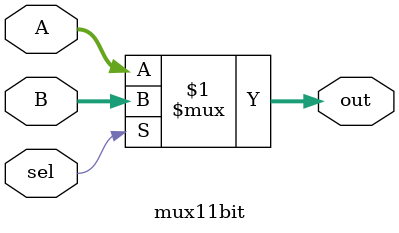
<source format=v>

module mux53bit
(
    output [52:0] out,
    input sel,
    input [52:0] A,
    input [52:0] B
);
    wire sel;
    wire signed [52:0] A, B;
    assign out = sel ? B : A;
endmodule

module mux11bit
(
    output [10:0] out,
    input sel,
    input [10:0] A,
    input [10:0] B
);
    wire sel;
    wire signed [10:0] A, B;
    assign out = sel ? B : A;
    // assign out = ~A+1;
endmodule
</source>
